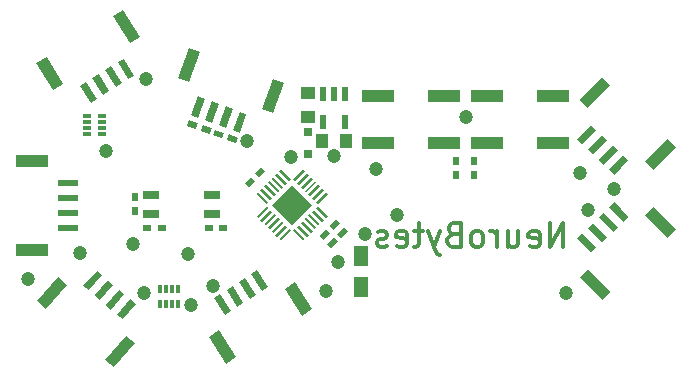
<source format=gbr>
G04 #@! TF.FileFunction,Soldermask,Bot*
%FSLAX46Y46*%
G04 Gerber Fmt 4.6, Leading zero omitted, Abs format (unit mm)*
G04 Created by KiCad (PCBNEW 4.0.2-4+6225~38~ubuntu14.04.1-stable) date Wed 22 Jun 2016 06:39:26 PM CDT*
%MOMM*%
G01*
G04 APERTURE LIST*
%ADD10C,0.100000*%
%ADD11C,0.300000*%
%ADD12R,1.200000X1.000000*%
%ADD13R,1.000000X1.200000*%
%ADD14R,0.500000X0.800000*%
%ADD15R,0.800000X0.500000*%
%ADD16C,1.200000*%
%ADD17R,1.700000X0.600000*%
%ADD18R,2.700000X1.000000*%
%ADD19R,1.400000X0.800000*%
%ADD20R,0.800000X0.300000*%
%ADD21R,0.300000X0.800000*%
%ADD22R,0.800000X0.800000*%
%ADD23R,0.600000X1.200000*%
%ADD24R,2.800000X1.000000*%
%ADD25R,1.250000X1.800000*%
G04 APERTURE END LIST*
D10*
D11*
X85147144Y-104004762D02*
X85147144Y-102004762D01*
X84004286Y-104004762D01*
X84004286Y-102004762D01*
X82290001Y-103909524D02*
X82480477Y-104004762D01*
X82861429Y-104004762D01*
X83051906Y-103909524D01*
X83147144Y-103719048D01*
X83147144Y-102957143D01*
X83051906Y-102766667D01*
X82861429Y-102671429D01*
X82480477Y-102671429D01*
X82290001Y-102766667D01*
X82194763Y-102957143D01*
X82194763Y-103147619D01*
X83147144Y-103338095D01*
X80480477Y-102671429D02*
X80480477Y-104004762D01*
X81337620Y-102671429D02*
X81337620Y-103719048D01*
X81242381Y-103909524D01*
X81051905Y-104004762D01*
X80766191Y-104004762D01*
X80575715Y-103909524D01*
X80480477Y-103814286D01*
X79528096Y-104004762D02*
X79528096Y-102671429D01*
X79528096Y-103052381D02*
X79432857Y-102861905D01*
X79337619Y-102766667D01*
X79147143Y-102671429D01*
X78956667Y-102671429D01*
X78004286Y-104004762D02*
X78194762Y-103909524D01*
X78290001Y-103814286D01*
X78385239Y-103623810D01*
X78385239Y-103052381D01*
X78290001Y-102861905D01*
X78194762Y-102766667D01*
X78004286Y-102671429D01*
X77718572Y-102671429D01*
X77528096Y-102766667D01*
X77432858Y-102861905D01*
X77337620Y-103052381D01*
X77337620Y-103623810D01*
X77432858Y-103814286D01*
X77528096Y-103909524D01*
X77718572Y-104004762D01*
X78004286Y-104004762D01*
X75813810Y-102957143D02*
X75528096Y-103052381D01*
X75432857Y-103147619D01*
X75337619Y-103338095D01*
X75337619Y-103623810D01*
X75432857Y-103814286D01*
X75528096Y-103909524D01*
X75718572Y-104004762D01*
X76480477Y-104004762D01*
X76480477Y-102004762D01*
X75813810Y-102004762D01*
X75623334Y-102100000D01*
X75528096Y-102195238D01*
X75432857Y-102385714D01*
X75432857Y-102576190D01*
X75528096Y-102766667D01*
X75623334Y-102861905D01*
X75813810Y-102957143D01*
X76480477Y-102957143D01*
X74670953Y-102671429D02*
X74194762Y-104004762D01*
X73718572Y-102671429D02*
X74194762Y-104004762D01*
X74385238Y-104480952D01*
X74480477Y-104576190D01*
X74670953Y-104671429D01*
X73242381Y-102671429D02*
X72480476Y-102671429D01*
X72956667Y-102004762D02*
X72956667Y-103719048D01*
X72861428Y-103909524D01*
X72670952Y-104004762D01*
X72480476Y-104004762D01*
X71051905Y-103909524D02*
X71242381Y-104004762D01*
X71623333Y-104004762D01*
X71813810Y-103909524D01*
X71909048Y-103719048D01*
X71909048Y-102957143D01*
X71813810Y-102766667D01*
X71623333Y-102671429D01*
X71242381Y-102671429D01*
X71051905Y-102766667D01*
X70956667Y-102957143D01*
X70956667Y-103147619D01*
X71909048Y-103338095D01*
X70194762Y-103909524D02*
X70004285Y-104004762D01*
X69623333Y-104004762D01*
X69432857Y-103909524D01*
X69337619Y-103719048D01*
X69337619Y-103623810D01*
X69432857Y-103433333D01*
X69623333Y-103338095D01*
X69909047Y-103338095D01*
X70099524Y-103242857D01*
X70194762Y-103052381D01*
X70194762Y-102957143D01*
X70099524Y-102766667D01*
X69909047Y-102671429D01*
X69623333Y-102671429D01*
X69432857Y-102766667D01*
D12*
X63500000Y-91000000D03*
X63500000Y-93000000D03*
D13*
X64750000Y-95000000D03*
X66750000Y-95000000D03*
D14*
X76100000Y-96700000D03*
X76100000Y-97900000D03*
D10*
G36*
X65920330Y-101666117D02*
X66273883Y-102019670D01*
X65708198Y-102585355D01*
X65354645Y-102231802D01*
X65920330Y-101666117D01*
X65920330Y-101666117D01*
G37*
G36*
X65071802Y-102514645D02*
X65425355Y-102868198D01*
X64859670Y-103433883D01*
X64506117Y-103080330D01*
X65071802Y-102514645D01*
X65071802Y-102514645D01*
G37*
G36*
X65509670Y-104083883D02*
X65156117Y-103730330D01*
X65721802Y-103164645D01*
X66075355Y-103518198D01*
X65509670Y-104083883D01*
X65509670Y-104083883D01*
G37*
G36*
X66358198Y-103235355D02*
X66004645Y-102881802D01*
X66570330Y-102316117D01*
X66923883Y-102669670D01*
X66358198Y-103235355D01*
X66358198Y-103235355D01*
G37*
G36*
X57565198Y-94757097D02*
X57394188Y-95226943D01*
X56642434Y-94953327D01*
X56813444Y-94483481D01*
X57565198Y-94757097D01*
X57565198Y-94757097D01*
G37*
G36*
X56437566Y-94346673D02*
X56266556Y-94816519D01*
X55514802Y-94542903D01*
X55685812Y-94073057D01*
X56437566Y-94346673D01*
X56437566Y-94346673D01*
G37*
G36*
X55365198Y-93957097D02*
X55194188Y-94426943D01*
X54442434Y-94153327D01*
X54613444Y-93683481D01*
X55365198Y-93957097D01*
X55365198Y-93957097D01*
G37*
G36*
X54237566Y-93546673D02*
X54066556Y-94016519D01*
X53314802Y-93742903D01*
X53485812Y-93273057D01*
X54237566Y-93546673D01*
X54237566Y-93546673D01*
G37*
D14*
X48850000Y-99750000D03*
X48850000Y-100950000D03*
D15*
X49940000Y-102400000D03*
X51140000Y-102400000D03*
X55140000Y-102400000D03*
X56340000Y-102400000D03*
D10*
G36*
X58509670Y-98983883D02*
X58156117Y-98630330D01*
X58721802Y-98064645D01*
X59075355Y-98418198D01*
X58509670Y-98983883D01*
X58509670Y-98983883D01*
G37*
G36*
X59358198Y-98135355D02*
X59004645Y-97781802D01*
X59570330Y-97216117D01*
X59923883Y-97569670D01*
X59358198Y-98135355D01*
X59358198Y-98135355D01*
G37*
D14*
X77600000Y-96700000D03*
X77600000Y-97900000D03*
D16*
X55500000Y-107350000D03*
X53650000Y-108900000D03*
X53400000Y-104650000D03*
X49650000Y-107950000D03*
X48700000Y-103750000D03*
X44250000Y-104550000D03*
X49850000Y-89800000D03*
X46400000Y-95850000D03*
X62100000Y-96400000D03*
X58350000Y-95000000D03*
X87200000Y-100900000D03*
X85400000Y-107900000D03*
X86550000Y-97750000D03*
X89450000Y-99100000D03*
X65700000Y-96350000D03*
X68350000Y-102950000D03*
X66050000Y-105300000D03*
X65050000Y-107700000D03*
X76900000Y-93000000D03*
X39850000Y-106700000D03*
X69250000Y-97450000D03*
X71100000Y-101300000D03*
D10*
G36*
X47243340Y-90487415D02*
X46344995Y-89044164D01*
X46854378Y-88727101D01*
X47752723Y-90170352D01*
X47243340Y-90487415D01*
X47243340Y-90487415D01*
G37*
G36*
X48304555Y-89826867D02*
X47406210Y-88383616D01*
X47915593Y-88066553D01*
X48813938Y-89509804D01*
X48304555Y-89826867D01*
X48304555Y-89826867D01*
G37*
G36*
X46182126Y-91147963D02*
X45283781Y-89704712D01*
X45793164Y-89387649D01*
X46691509Y-90830900D01*
X46182126Y-91147963D01*
X46182126Y-91147963D01*
G37*
G36*
X45120911Y-91808511D02*
X44222566Y-90365260D01*
X44731949Y-90048197D01*
X45630294Y-91491448D01*
X45120911Y-91808511D01*
X45120911Y-91808511D01*
G37*
G36*
X48421513Y-86750434D02*
X46994729Y-84458210D01*
X47843701Y-83929772D01*
X49270485Y-86221996D01*
X48421513Y-86750434D01*
X48421513Y-86750434D01*
G37*
G36*
X41969329Y-90766565D02*
X40542545Y-88474341D01*
X41391517Y-87945903D01*
X42818301Y-90238127D01*
X41969329Y-90766565D01*
X41969329Y-90766565D01*
G37*
G36*
X55993835Y-93715158D02*
X56575269Y-92117680D01*
X57139085Y-92322892D01*
X56557651Y-93920370D01*
X55993835Y-93715158D01*
X55993835Y-93715158D01*
G37*
G36*
X57168450Y-94142683D02*
X57749884Y-92545205D01*
X58313700Y-92750417D01*
X57732266Y-94347895D01*
X57168450Y-94142683D01*
X57168450Y-94142683D01*
G37*
G36*
X54819219Y-93287633D02*
X55400653Y-91690155D01*
X55964469Y-91895367D01*
X55383035Y-93492845D01*
X54819219Y-93287633D01*
X54819219Y-93287633D01*
G37*
G36*
X53644603Y-92860108D02*
X54226037Y-91262630D01*
X54789853Y-91467842D01*
X54208419Y-93065320D01*
X53644603Y-92860108D01*
X53644603Y-92860108D01*
G37*
G36*
X59661571Y-92336451D02*
X60585026Y-89799281D01*
X61524719Y-90141301D01*
X60601264Y-92678471D01*
X59661571Y-92336451D01*
X59661571Y-92336451D01*
G37*
G36*
X52519907Y-89737098D02*
X53443362Y-87199928D01*
X54383055Y-87541948D01*
X53459600Y-90079118D01*
X52519907Y-89737098D01*
X52519907Y-89737098D01*
G37*
D17*
X43250000Y-99875000D03*
X43250000Y-98625000D03*
X43250000Y-101125000D03*
X43250000Y-102375000D03*
D18*
X40200000Y-96700000D03*
X40200000Y-104300000D03*
D10*
G36*
X47030661Y-107217610D02*
X45926599Y-108510300D01*
X45470355Y-108120632D01*
X46574417Y-106827942D01*
X47030661Y-107217610D01*
X47030661Y-107217610D01*
G37*
G36*
X46080153Y-106405800D02*
X44976091Y-107698490D01*
X44519847Y-107308822D01*
X45623909Y-106016132D01*
X46080153Y-106405800D01*
X46080153Y-106405800D01*
G37*
G36*
X47981168Y-108029420D02*
X46877106Y-109322110D01*
X46420862Y-108932442D01*
X47524924Y-107639752D01*
X47981168Y-108029420D01*
X47981168Y-108029420D01*
G37*
G36*
X48931676Y-108841230D02*
X47827614Y-110133920D01*
X47371370Y-109744252D01*
X48475432Y-108451562D01*
X48931676Y-108841230D01*
X48931676Y-108841230D01*
G37*
G36*
X43112360Y-107224537D02*
X41358850Y-109277633D01*
X40598444Y-108628185D01*
X42351954Y-106575089D01*
X43112360Y-107224537D01*
X43112360Y-107224537D01*
G37*
G36*
X48891445Y-112160342D02*
X47137935Y-114213438D01*
X46377529Y-113563990D01*
X48131039Y-111510894D01*
X48891445Y-112160342D01*
X48891445Y-112160342D01*
G37*
G36*
X57138645Y-107326564D02*
X58047044Y-108763509D01*
X57539887Y-109084120D01*
X56631488Y-107647175D01*
X57138645Y-107326564D01*
X57138645Y-107326564D01*
G37*
G36*
X56082067Y-107994504D02*
X56990466Y-109431449D01*
X56483309Y-109752060D01*
X55574910Y-108315115D01*
X56082067Y-107994504D01*
X56082067Y-107994504D01*
G37*
G36*
X58195222Y-106658623D02*
X59103621Y-108095568D01*
X58596464Y-108416179D01*
X57688065Y-106979234D01*
X58195222Y-106658623D01*
X58195222Y-106658623D01*
G37*
G36*
X59251799Y-105990683D02*
X60160198Y-107427628D01*
X59653041Y-107748239D01*
X58744642Y-106311294D01*
X59251799Y-105990683D01*
X59251799Y-105990683D01*
G37*
G36*
X55986589Y-111071679D02*
X57429341Y-113353886D01*
X56584079Y-113888239D01*
X55141327Y-111606032D01*
X55986589Y-111071679D01*
X55986589Y-111071679D01*
G37*
G36*
X62410579Y-107010601D02*
X63853331Y-109292808D01*
X63008069Y-109827161D01*
X61565317Y-107544954D01*
X62410579Y-107010601D01*
X62410579Y-107010601D01*
G37*
G36*
X88148594Y-96631182D02*
X89318797Y-95398045D01*
X89754022Y-95811058D01*
X88583819Y-97044195D01*
X88148594Y-96631182D01*
X88148594Y-96631182D01*
G37*
G36*
X89055312Y-97491625D02*
X90225515Y-96258488D01*
X90660740Y-96671501D01*
X89490537Y-97904638D01*
X89055312Y-97491625D01*
X89055312Y-97491625D01*
G37*
G36*
X87241876Y-95770739D02*
X88412079Y-94537602D01*
X88847304Y-94950615D01*
X87677101Y-96183752D01*
X87241876Y-95770739D01*
X87241876Y-95770739D01*
G37*
G36*
X86335158Y-94910296D02*
X87505361Y-93677159D01*
X87940586Y-94090172D01*
X86770383Y-95323309D01*
X86335158Y-94910296D01*
X86335158Y-94910296D01*
G37*
G36*
X92061887Y-96829332D02*
X93920444Y-94870821D01*
X94645819Y-95559176D01*
X92787262Y-97517687D01*
X92061887Y-96829332D01*
X92061887Y-96829332D01*
G37*
G36*
X86549042Y-91597837D02*
X88407599Y-89639326D01*
X89132974Y-90327681D01*
X87274417Y-92286192D01*
X86549042Y-91597837D01*
X86549042Y-91597837D01*
G37*
G36*
X87677101Y-101966248D02*
X88847304Y-103199385D01*
X88412079Y-103612398D01*
X87241876Y-102379261D01*
X87677101Y-101966248D01*
X87677101Y-101966248D01*
G37*
G36*
X86770383Y-102826691D02*
X87940586Y-104059828D01*
X87505361Y-104472841D01*
X86335158Y-103239704D01*
X86770383Y-102826691D01*
X86770383Y-102826691D01*
G37*
G36*
X88583819Y-101105805D02*
X89754022Y-102338942D01*
X89318797Y-102751955D01*
X88148594Y-101518818D01*
X88583819Y-101105805D01*
X88583819Y-101105805D01*
G37*
G36*
X89490537Y-100245362D02*
X90660740Y-101478499D01*
X90225515Y-101891512D01*
X89055312Y-100658375D01*
X89490537Y-100245362D01*
X89490537Y-100245362D01*
G37*
G36*
X87274417Y-105863808D02*
X89132974Y-107822319D01*
X88407599Y-108510674D01*
X86549042Y-106552163D01*
X87274417Y-105863808D01*
X87274417Y-105863808D01*
G37*
G36*
X92787262Y-100632313D02*
X94645819Y-102590824D01*
X93920444Y-103279179D01*
X92061887Y-101320668D01*
X92787262Y-100632313D01*
X92787262Y-100632313D01*
G37*
G36*
X62190000Y-102147056D02*
X60492944Y-100450000D01*
X62190000Y-98752944D01*
X63887056Y-100450000D01*
X62190000Y-102147056D01*
X62190000Y-102147056D01*
G37*
G36*
X63399153Y-99396411D02*
X63243589Y-99240847D01*
X64092117Y-98392319D01*
X64247681Y-98547883D01*
X63399153Y-99396411D01*
X63399153Y-99396411D01*
G37*
G36*
X63717351Y-99714609D02*
X63561787Y-99559045D01*
X64410315Y-98710517D01*
X64565879Y-98866081D01*
X63717351Y-99714609D01*
X63717351Y-99714609D01*
G37*
G36*
X64035549Y-100032807D02*
X63879985Y-99877243D01*
X64728513Y-99028715D01*
X64884077Y-99184279D01*
X64035549Y-100032807D01*
X64035549Y-100032807D01*
G37*
G36*
X64353747Y-100351005D02*
X64198183Y-100195441D01*
X65046711Y-99346913D01*
X65202275Y-99502477D01*
X64353747Y-100351005D01*
X64353747Y-100351005D01*
G37*
G36*
X63080955Y-99078213D02*
X62925391Y-98922649D01*
X63773919Y-98074121D01*
X63929483Y-98229685D01*
X63080955Y-99078213D01*
X63080955Y-99078213D01*
G37*
G36*
X62762757Y-98760015D02*
X62607193Y-98604451D01*
X63455721Y-97755923D01*
X63611285Y-97911487D01*
X62762757Y-98760015D01*
X62762757Y-98760015D01*
G37*
G36*
X62444559Y-98441817D02*
X62288995Y-98286253D01*
X63137523Y-97437725D01*
X63293087Y-97593289D01*
X62444559Y-98441817D01*
X62444559Y-98441817D01*
G37*
G36*
X61935441Y-98441817D02*
X61086913Y-97593289D01*
X61242477Y-97437725D01*
X62091005Y-98286253D01*
X61935441Y-98441817D01*
X61935441Y-98441817D01*
G37*
G36*
X61617243Y-98760015D02*
X60768715Y-97911487D01*
X60924279Y-97755923D01*
X61772807Y-98604451D01*
X61617243Y-98760015D01*
X61617243Y-98760015D01*
G37*
G36*
X61299045Y-99078213D02*
X60450517Y-98229685D01*
X60606081Y-98074121D01*
X61454609Y-98922649D01*
X61299045Y-99078213D01*
X61299045Y-99078213D01*
G37*
G36*
X60980847Y-99396411D02*
X60132319Y-98547883D01*
X60287883Y-98392319D01*
X61136411Y-99240847D01*
X60980847Y-99396411D01*
X60980847Y-99396411D01*
G37*
G36*
X60662649Y-99714609D02*
X59814121Y-98866081D01*
X59969685Y-98710517D01*
X60818213Y-99559045D01*
X60662649Y-99714609D01*
X60662649Y-99714609D01*
G37*
G36*
X60344451Y-100032807D02*
X59495923Y-99184279D01*
X59651487Y-99028715D01*
X60500015Y-99877243D01*
X60344451Y-100032807D01*
X60344451Y-100032807D01*
G37*
G36*
X60026253Y-100351005D02*
X59177725Y-99502477D01*
X59333289Y-99346913D01*
X60181817Y-100195441D01*
X60026253Y-100351005D01*
X60026253Y-100351005D01*
G37*
G36*
X59333289Y-101553087D02*
X59177725Y-101397523D01*
X60026253Y-100548995D01*
X60181817Y-100704559D01*
X59333289Y-101553087D01*
X59333289Y-101553087D01*
G37*
G36*
X59651487Y-101871285D02*
X59495923Y-101715721D01*
X60344451Y-100867193D01*
X60500015Y-101022757D01*
X59651487Y-101871285D01*
X59651487Y-101871285D01*
G37*
G36*
X59969685Y-102189483D02*
X59814121Y-102033919D01*
X60662649Y-101185391D01*
X60818213Y-101340955D01*
X59969685Y-102189483D01*
X59969685Y-102189483D01*
G37*
G36*
X60287883Y-102507681D02*
X60132319Y-102352117D01*
X60980847Y-101503589D01*
X61136411Y-101659153D01*
X60287883Y-102507681D01*
X60287883Y-102507681D01*
G37*
G36*
X60606081Y-102825879D02*
X60450517Y-102670315D01*
X61299045Y-101821787D01*
X61454609Y-101977351D01*
X60606081Y-102825879D01*
X60606081Y-102825879D01*
G37*
G36*
X60924279Y-103144077D02*
X60768715Y-102988513D01*
X61617243Y-102139985D01*
X61772807Y-102295549D01*
X60924279Y-103144077D01*
X60924279Y-103144077D01*
G37*
G36*
X61242477Y-103462275D02*
X61086913Y-103306711D01*
X61935441Y-102458183D01*
X62091005Y-102613747D01*
X61242477Y-103462275D01*
X61242477Y-103462275D01*
G37*
G36*
X63137523Y-103462275D02*
X62288995Y-102613747D01*
X62444559Y-102458183D01*
X63293087Y-103306711D01*
X63137523Y-103462275D01*
X63137523Y-103462275D01*
G37*
G36*
X63455721Y-103144077D02*
X62607193Y-102295549D01*
X62762757Y-102139985D01*
X63611285Y-102988513D01*
X63455721Y-103144077D01*
X63455721Y-103144077D01*
G37*
G36*
X63773919Y-102825879D02*
X62925391Y-101977351D01*
X63080955Y-101821787D01*
X63929483Y-102670315D01*
X63773919Y-102825879D01*
X63773919Y-102825879D01*
G37*
G36*
X64092117Y-102507681D02*
X63243589Y-101659153D01*
X63399153Y-101503589D01*
X64247681Y-102352117D01*
X64092117Y-102507681D01*
X64092117Y-102507681D01*
G37*
G36*
X64410315Y-102189483D02*
X63561787Y-101340955D01*
X63717351Y-101185391D01*
X64565879Y-102033919D01*
X64410315Y-102189483D01*
X64410315Y-102189483D01*
G37*
G36*
X64728513Y-101871285D02*
X63879985Y-101022757D01*
X64035549Y-100867193D01*
X64884077Y-101715721D01*
X64728513Y-101871285D01*
X64728513Y-101871285D01*
G37*
G36*
X65046711Y-101553087D02*
X64198183Y-100704559D01*
X64353747Y-100548995D01*
X65202275Y-101397523D01*
X65046711Y-101553087D01*
X65046711Y-101553087D01*
G37*
D19*
X55440000Y-101250000D03*
X55440000Y-99650000D03*
X50240000Y-101250000D03*
X50240000Y-99650000D03*
D20*
X44790000Y-92950000D03*
X44790000Y-93450000D03*
X44790000Y-93950000D03*
X44790000Y-94450000D03*
X46090000Y-94450000D03*
X46090000Y-93950000D03*
X46090000Y-93450000D03*
X46090000Y-92950000D03*
D21*
X50990000Y-108850000D03*
X51490000Y-108850000D03*
X51990000Y-108850000D03*
X52490000Y-108850000D03*
X52490000Y-107550000D03*
X51990000Y-107550000D03*
X51490000Y-107550000D03*
X50990000Y-107550000D03*
D22*
X63500000Y-96150000D03*
X63500000Y-94250000D03*
D23*
X65750000Y-91100000D03*
X64800000Y-91100000D03*
X66700000Y-91100000D03*
X66700000Y-93400000D03*
X64800000Y-93400000D03*
D24*
X75050000Y-91250000D03*
X69450000Y-91250000D03*
X75050000Y-95250000D03*
X69450000Y-95250000D03*
X84300000Y-91250000D03*
X78700000Y-91250000D03*
X84300000Y-95250000D03*
X78700000Y-95250000D03*
D25*
X67990000Y-104800000D03*
X67990000Y-107400000D03*
M02*

</source>
